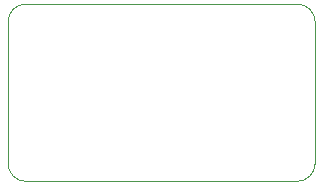
<source format=gbr>
%TF.GenerationSoftware,KiCad,Pcbnew,(6.0.9)*%
%TF.CreationDate,2022-12-18T21:26:28+11:00*%
%TF.ProjectId,EurekaProbe0.0.2,45757265-6b61-4507-926f-6265302e302e,rev?*%
%TF.SameCoordinates,Original*%
%TF.FileFunction,Profile,NP*%
%FSLAX46Y46*%
G04 Gerber Fmt 4.6, Leading zero omitted, Abs format (unit mm)*
G04 Created by KiCad (PCBNEW (6.0.9)) date 2022-12-18 21:26:28*
%MOMM*%
%LPD*%
G01*
G04 APERTURE LIST*
%TA.AperFunction,Profile*%
%ADD10C,0.050000*%
%TD*%
G04 APERTURE END LIST*
D10*
X93000000Y-53500000D02*
G75*
G03*
X91500000Y-52000000I-1500000J0D01*
G01*
X93000000Y-65500000D02*
X93000000Y-53500000D01*
X67000000Y-53500000D02*
X67000000Y-65500000D01*
X91500000Y-67000000D02*
G75*
G03*
X93000000Y-65500000I0J1500000D01*
G01*
X67000000Y-65500000D02*
G75*
G03*
X68500000Y-67000000I1500000J0D01*
G01*
X68500000Y-67000000D02*
X91500000Y-67000000D01*
X68500000Y-52000000D02*
G75*
G03*
X67000000Y-53500000I0J-1500000D01*
G01*
X91500000Y-52000000D02*
X68500000Y-52000000D01*
M02*

</source>
